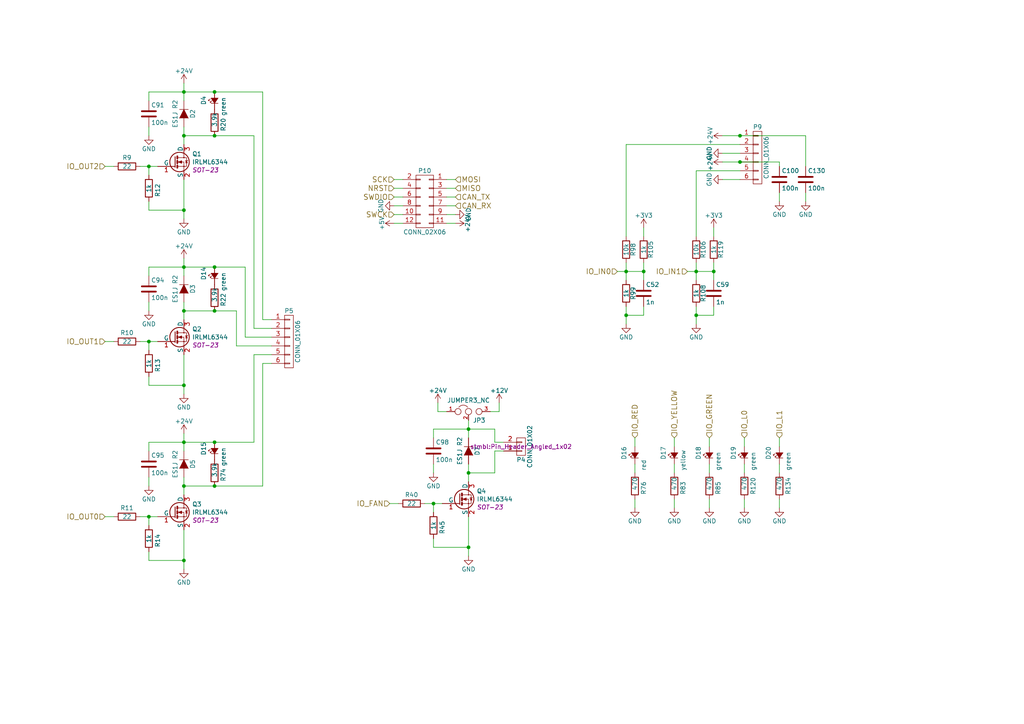
<source format=kicad_sch>
(kicad_sch (version 20231120) (generator "eeschema") (generator_version "8.0")
  (paper "A4")
  (lib_symbols
    (symbol "stmbl:+12V" (power) (pin_names (offset 0))
      (property "Value" "+12V" (at 0 3.556 0))
      (symbol "+12V_0_1"
        (polyline (pts (xy -0.762 1.27) (xy 0 2.54)))
        (polyline (pts (xy 0 0) (xy 0 2.54)))
        (polyline (pts (xy 0 2.54) (xy 0.762 1.27)))
      )
      (symbol "+12V_1_1"
        (pin power_in line (at 0 0 90) (length 0) hide (name "+12V") (number "1"))
      )
    )
    (symbol "stmbl:+24V" (power) (pin_names (offset 0))
      (property "Value" "+24V" (at 0 3.556 0))
      (symbol "+24V_0_1"
        (polyline (pts (xy -0.762 1.27) (xy 0 2.54)))
        (polyline (pts (xy 0 0) (xy 0 2.54)))
        (polyline (pts (xy 0 2.54) (xy 0.762 1.27)))
      )
      (symbol "+24V_1_1"
        (pin power_in line (at 0 0 90) (length 0) hide (name "+24V") (number "1"))
      )
    )
    (symbol "stmbl:+3.3V" (power) (pin_names (offset 0))
      (property "Value" "+3.3V" (at 0 3.556 0))
      (symbol "+3.3V_0_1"
        (polyline (pts (xy -0.762 1.27) (xy 0 2.54)))
        (polyline (pts (xy 0 0) (xy 0 2.54)))
        (polyline (pts (xy 0 2.54) (xy 0.762 1.27)))
      )
      (symbol "+3.3V_1_1"
        (pin power_in line (at 0 0 90) (length 0) hide (name "+3V3") (number "1"))
      )
    )
    (symbol "stmbl:+5V" (power) (pin_names (offset 0))
      (property "Value" "+5V" (at 0 3.556 0))
      (symbol "+5V_0_1"
        (polyline (pts (xy -0.762 1.27) (xy 0 2.54)))
        (polyline (pts (xy 0 0) (xy 0 2.54)))
        (polyline (pts (xy 0 2.54) (xy 0.762 1.27)))
      )
      (symbol "+5V_1_1"
        (pin power_in line (at 0 0 90) (length 0) hide (name "+5V") (number "1"))
      )
    )
    (symbol "stmbl:C" (pin_numbers hide) (pin_names (offset 0.254))
      (property "Reference" "C" (at 0.635 2.54 0))
      (property "Value" "C" (at 0.635 -2.54 0))
      (symbol "C_0_1"
        (polyline (pts (xy -2.032 -0.762) (xy 2.032 -0.762)) (stroke (width 0.508)))
        (polyline (pts (xy -2.032 0.762) (xy 2.032 0.762)) (stroke (width 0.508)))
      )
      (symbol "C_1_1"
        (pin passive line (at 0 3.81 270) (length 2.794) (name "~") (number "1"))
        (pin passive line (at 0 -3.81 90) (length 2.794) (name "~") (number "2"))
      )
    )
    (symbol "stmbl:CONN_01X02" (pin_names (offset 1.016) hide)
      (property "Reference" "P" (at 0 3.81 0))
      (property "Value" "CONN_01X02" (at 2.54 0 90))
      (symbol "CONN_01X02_0_1"
        (rectangle (start -1.27 -1.143) (end 0.254 -1.397))
        (rectangle (start -1.27 1.397) (end 0.254 1.143))
        (rectangle (start -1.27 2.54) (end 1.27 -2.54))
      )
      (symbol "CONN_01X02_1_1"
        (pin passive line (at -5.08 1.27 0) (length 3.81) (name "P1") (number "1"))
        (pin passive line (at -5.08 -1.27 0) (length 3.81) (name "P2") (number "2"))
      )
    )
    (symbol "stmbl:CONN_01X06" (pin_names (offset 1.016) hide)
      (property "Reference" "P" (at 0 8.89 0))
      (property "Value" "CONN_01X06" (at 2.54 0 90))
      (symbol "CONN_01X06_0_1"
        (rectangle (start -1.27 -6.223) (end 0.254 -6.477))
        (rectangle (start -1.27 -3.683) (end 0.254 -3.937))
        (rectangle (start -1.27 -1.143) (end 0.254 -1.397))
        (rectangle (start -1.27 1.397) (end 0.254 1.143))
        (rectangle (start -1.27 3.937) (end 0.254 3.683))
        (rectangle (start -1.27 6.477) (end 0.254 6.223))
        (rectangle (start -1.27 7.62) (end 1.27 -7.62))
      )
      (symbol "CONN_01X06_1_1"
        (pin passive line (at -5.08 6.35 0) (length 3.81) (name "P1") (number "1"))
        (pin passive line (at -5.08 3.81 0) (length 3.81) (name "P2") (number "2"))
        (pin passive line (at -5.08 1.27 0) (length 3.81) (name "P3") (number "3"))
        (pin passive line (at -5.08 -1.27 0) (length 3.81) (name "P4") (number "4"))
        (pin passive line (at -5.08 -3.81 0) (length 3.81) (name "P5") (number "5"))
        (pin passive line (at -5.08 -6.35 0) (length 3.81) (name "P6") (number "6"))
      )
    )
    (symbol "stmbl:CONN_02X06" (pin_names (offset 0.0254) hide)
      (property "Reference" "P" (at 0 8.89 0))
      (property "Value" "CONN_02X06" (at 0 -8.89 0))
      (symbol "CONN_02X06_0_1"
        (rectangle (start -2.54 -6.223) (end -1.27 -6.477))
        (rectangle (start -2.54 -3.683) (end -1.27 -3.937))
        (rectangle (start -2.54 -1.143) (end -1.27 -1.397))
        (rectangle (start -2.54 1.397) (end -1.27 1.143))
        (rectangle (start -2.54 3.937) (end -1.27 3.683))
        (rectangle (start -2.54 6.477) (end -1.27 6.223))
        (rectangle (start -2.54 7.62) (end 2.54 -7.62))
        (rectangle (start 1.27 -6.223) (end 2.54 -6.477))
        (rectangle (start 1.27 -3.683) (end 2.54 -3.937))
        (rectangle (start 1.27 -1.143) (end 2.54 -1.397))
        (rectangle (start 1.27 1.397) (end 2.54 1.143))
        (rectangle (start 1.27 3.937) (end 2.54 3.683))
        (rectangle (start 1.27 6.477) (end 2.54 6.223))
      )
      (symbol "CONN_02X06_1_1"
        (pin passive line (at -6.35 6.35 0) (length 3.81) (name "P1") (number "1"))
        (pin passive line (at 6.35 -3.81 180) (length 3.81) (name "P10") (number "10"))
        (pin passive line (at -6.35 -6.35 0) (length 3.81) (name "P11") (number "11"))
        (pin passive line (at 6.35 -6.35 180) (length 3.81) (name "P12") (number "12"))
        (pin passive line (at 6.35 6.35 180) (length 3.81) (name "P2") (number "2"))
        (pin passive line (at -6.35 3.81 0) (length 3.81) (name "P3") (number "3"))
        (pin passive line (at 6.35 3.81 180) (length 3.81) (name "P4") (number "4"))
        (pin passive line (at -6.35 1.27 0) (length 3.81) (name "P5") (number "5"))
        (pin passive line (at 6.35 1.27 180) (length 3.81) (name "P6") (number "6"))
        (pin passive line (at -6.35 -1.27 0) (length 3.81) (name "P7") (number "7"))
        (pin passive line (at 6.35 -1.27 180) (length 3.81) (name "P8") (number "8"))
        (pin passive line (at -6.35 -3.81 0) (length 3.81) (name "P9") (number "9"))
      )
    )
    (symbol "stmbl:D" (pin_numbers hide) (pin_names (offset 1.016) hide)
      (property "Reference" "D" (at 0 2.54 0))
      (property "Value" "D" (at 0 -2.54 0))
      (symbol "D_0_1"
        (polyline (pts (xy -1.27 1.27) (xy -1.27 -1.27)) (stroke (width 0.1524)))
        (polyline (pts (xy 1.27 1.27) (xy -1.27 0) (xy 1.27 -1.27)) (fill (type outline)))
      )
      (symbol "D_1_1"
        (pin passive line (at -3.81 0 0) (length 2.54) (name "K") (number "1"))
        (pin passive line (at 3.81 0 180) (length 2.54) (name "A") (number "2"))
      )
    )
    (symbol "stmbl:GND" (power) (pin_names (offset 0))
      (property "Value" "GND" (at 0 -3.81 0))
      (symbol "GND_0_1"
        (polyline (pts (xy 0 0) (xy 0 -1.27) (xy 1.27 -1.27) (xy 0 -2.54) (xy -1.27 -1.27) (xy 0 -1.27)))
      )
      (symbol "GND_1_1"
        (pin power_in line (at 0 0 270) (length 0) hide (name "GND") (number "1"))
      )
    )
    (symbol "stmbl:JUMPER3_NC" (pin_names (offset 0.762) hide)
      (property "Reference" "JP" (at 1.27 -2.54 0))
      (property "Value" "JUMPER3_NC" (at 0 2.54 0))
      (symbol "JUMPER3_NC_0_1"
        (circle (center -3.048 0) (radius 0.889))
        (arc (start -0.254 1.27) (mid -1.524 1.8804) (end -2.794 1.27))
        (circle (center 0 0) (radius 0.9144))
        (circle (center 3.048 0) (radius 0.889))
        (pin passive line (at -6.35 0 0) (length 2.413) (name "1") (number "1"))
        (pin passive line (at 0 -2.54 90) (length 1.524) (name "2") (number "2"))
        (pin passive line (at 6.35 0 180) (length 2.413) (name "3") (number "3"))
      )
    )
    (symbol "stmbl:Led_Small" (pin_numbers hide) (pin_names (offset 0.254) hide)
      (property "Reference" "D" (at -1.27 3.175 0))
      (property "Value" "Led_Small" (at -4.445 -2.54 0))
      (symbol "Led_Small_0_1"
        (polyline (pts (xy -0.762 -1.016) (xy -0.762 1.016)))
        (polyline (pts (xy 0.762 -1.016) (xy -0.762 0) (xy 0.762 1.016) (xy 0.762 -1.016)) (fill (type outline)))
        (polyline (pts (xy 0 0.762) (xy -0.508 1.27) (xy -0.254 1.27) (xy -0.508 1.27) (xy -0.508 1.016)))
        (polyline (pts (xy 0.508 1.27) (xy 0 1.778) (xy 0.254 1.778) (xy 0 1.778) (xy 0 1.524)))
      )
      (symbol "Led_Small_1_1"
        (pin passive line (at -2.54 0 0) (length 1.778) (name "K") (number "1"))
        (pin passive line (at 2.54 0 180) (length 1.778) (name "A") (number "2"))
      )
    )
    (symbol "stmbl:MMBF170" (pin_names (offset 0))
      (property "Reference" "Q" (at 5.08 1.905 0))
      (property "Value" "MMBF170" (at 5.08 0 0))
      (property "Footprint" "SOT-23" (at 5.08 -1.905 0))
      (symbol "MMBF170_0_1"
        (polyline (pts (xy 0.635 -1.016) (xy 0.635 -1.651)) (stroke (width 0.508)))
        (polyline (pts (xy 0.635 0.381) (xy 0.635 -0.381)) (stroke (width 0.508)))
        (polyline (pts (xy 0.635 1.651) (xy 0.635 1.016)) (stroke (width 0.508)))
        (polyline (pts (xy 3.048 0.381) (xy 2.921 0.254)))
        (polyline (pts (xy 3.048 0.381) (xy 3.556 0.381)))
        (polyline (pts (xy 3.556 0.381) (xy 3.683 0.508)))
        (polyline (pts (xy 0 1.524) (xy 0 -1.524) (xy 0 -1.524)) (stroke (width 0.254)))
        (polyline (pts (xy 0.762 -1.27) (xy 2.54 -1.27) (xy 2.54 -2.54) (xy 2.54 -2.54)))
        (polyline (pts (xy 0.762 1.27) (xy 2.54 1.27) (xy 2.54 2.54) (xy 2.54 2.54)))
        (polyline (pts (xy 2.54 1.27) (xy 3.302 1.27) (xy 3.302 -1.27) (xy 2.54 -1.27)))
        (polyline (pts (xy 3.302 0.381) (xy 3.048 -0.254) (xy 3.556 -0.254) (xy 3.302 0.381)) (fill (type outline)))
        (polyline (pts (xy 0.762 0) (xy 1.27 0) (xy 2.54 0) (xy 2.54 -1.27) (xy 2.54 -1.27)))
        (polyline (pts (xy 0.889 0) (xy 1.905 0.381) (xy 1.905 -0.381) (xy 0.889 0) (xy 1.016 0) (xy 1.016 0)) (fill (type outline)))
        (circle (center 1.27 0) (radius 2.8194) (stroke (width 0.254)))
        (circle (center 2.54 -1.27) (radius 0.127))
        (circle (center 2.54 1.27) (radius 0.127))
      )
      (symbol "MMBF170_1_1"
        (pin input line (at -5.08 -1.27 0) (length 5.08) (name "G") (number "1"))
        (pin passive line (at 2.54 -5.08 90) (length 2.54) (name "S") (number "2"))
        (pin passive line (at 2.54 5.08 270) (length 2.54) (name "D") (number "3"))
      )
    )
    (symbol "stmbl:R" (pin_numbers hide) (pin_names (offset 0))
      (property "Reference" "R" (at 2.032 0 90))
      (property "Value" "R" (at 0 0 90))
      (symbol "R_0_1"
        (rectangle (start -1.016 -2.54) (end 1.016 2.54) (stroke (width 0.254)))
      )
      (symbol "R_1_1"
        (pin passive line (at 0 3.81 270) (length 1.27) (name "~") (number "1"))
        (pin passive line (at 0 -3.81 90) (length 1.27) (name "~") (number "2"))
      )
    )
  )
  (junction (at 53.34 77.47))
  (junction (at 135.89 158.75))
  (junction (at 62.23 26.67))
  (junction (at 53.34 60.96))
  (junction (at 135.89 137.16))
  (junction (at 62.23 140.97))
  (junction (at 43.18 149.86))
  (junction (at 53.34 140.97))
  (junction (at 53.34 111.76))
  (junction (at 207.01 78.74))
  (junction (at 181.61 78.74))
  (junction (at 53.34 128.27))
  (junction (at 53.34 39.37))
  (junction (at 181.61 91.44))
  (junction (at 214.63 39.37))
  (junction (at 62.23 90.17))
  (junction (at 62.23 77.47))
  (junction (at 201.93 78.74))
  (junction (at 43.18 48.26))
  (junction (at 135.89 124.46))
  (junction (at 201.93 91.44))
  (junction (at 62.23 128.27))
  (junction (at 214.63 46.99))
  (junction (at 53.34 26.67))
  (junction (at 43.18 99.06))
  (junction (at 125.73 146.05))
  (junction (at 53.34 162.56))
  (junction (at 62.23 39.37))
  (junction (at 53.34 90.17))
  (junction (at 186.69 78.74))
  (wire (pts (xy 226.06 46.99) (xy 226.06 48.26)))
  (wire (pts (xy 129.54 52.07) (xy 132.08 52.07)))
  (wire (pts (xy 146.05 128.27) (xy 143.51 128.27)))
  (wire (pts (xy 62.23 26.67) (xy 53.34 26.67)))
  (wire (pts (xy 43.18 26.67) (xy 43.18 29.21)))
  (wire (pts (xy 43.18 128.27) (xy 43.18 130.81)))
  (wire (pts (xy 43.18 111.76) (xy 53.34 111.76)))
  (wire (pts (xy 184.15 134.62) (xy 184.15 137.16)))
  (wire (pts (xy 209.55 46.99) (xy 214.63 46.99)))
  (wire (pts (xy 201.93 88.9) (xy 201.93 91.44)))
  (wire (pts (xy 53.34 140.97) (xy 53.34 143.51)))
  (wire (pts (xy 214.63 39.37) (xy 233.68 39.37)))
  (wire (pts (xy 201.93 91.44) (xy 201.93 93.98)))
  (wire (pts (xy 53.34 138.43) (xy 53.34 140.97)))
  (wire (pts (xy 68.58 90.17) (xy 62.23 90.17)))
  (wire (pts (xy 207.01 91.44) (xy 201.93 91.44)))
  (wire (pts (xy 195.58 134.62) (xy 195.58 137.16)))
  (wire (pts (xy 43.18 140.97) (xy 43.18 138.43)))
  (wire (pts (xy 53.34 60.96) (xy 53.34 63.5)))
  (wire (pts (xy 78.74 102.87) (xy 73.66 102.87)))
  (wire (pts (xy 127 119.38) (xy 127 116.84)))
  (wire (pts (xy 43.18 50.8) (xy 43.18 48.26)))
  (wire (pts (xy 129.54 64.77) (xy 132.08 64.77)))
  (wire (pts (xy 129.54 54.61) (xy 132.08 54.61)))
  (wire (pts (xy 53.34 74.93) (xy 53.34 77.47)))
  (wire (pts (xy 53.34 102.87) (xy 53.34 111.76)))
  (wire (pts (xy 125.73 148.59) (xy 125.73 146.05)))
  (wire (pts (xy 143.51 137.16) (xy 135.89 137.16)))
  (wire (pts (xy 43.18 90.17) (xy 43.18 87.63)))
  (wire (pts (xy 53.34 153.67) (xy 53.34 162.56)))
  (wire (pts (xy 53.34 128.27) (xy 43.18 128.27)))
  (wire (pts (xy 143.51 128.27) (xy 143.51 124.46)))
  (wire (pts (xy 43.18 77.47) (xy 53.34 77.47)))
  (wire (pts (xy 129.54 119.38) (xy 127 119.38)))
  (wire (pts (xy 209.55 39.37) (xy 214.63 39.37)))
  (wire (pts (xy 186.69 88.9) (xy 186.69 91.44)))
  (wire (pts (xy 78.74 92.71) (xy 76.2 92.71)))
  (wire (pts (xy 43.18 80.01) (xy 43.18 77.47)))
  (wire (pts (xy 116.84 62.23) (xy 114.3 62.23)))
  (wire (pts (xy 53.34 39.37) (xy 62.23 39.37)))
  (wire (pts (xy 201.93 76.2) (xy 201.93 78.74)))
  (wire (pts (xy 53.34 77.47) (xy 53.34 80.01)))
  (wire (pts (xy 53.34 125.73) (xy 53.34 128.27)))
  (wire (pts (xy 215.9 127) (xy 215.9 129.54)))
  (wire (pts (xy 205.74 127) (xy 205.74 129.54)))
  (wire (pts (xy 146.05 130.81) (xy 143.51 130.81)))
  (wire (pts (xy 181.61 78.74) (xy 181.61 81.28)))
  (wire (pts (xy 43.18 149.86) (xy 45.72 149.86)))
  (wire (pts (xy 233.68 39.37) (xy 233.68 48.26)))
  (wire (pts (xy 179.07 78.74) (xy 181.61 78.74)))
  (wire (pts (xy 53.34 26.67) (xy 53.34 29.21)))
  (wire (pts (xy 135.89 124.46) (xy 125.73 124.46)))
  (wire (pts (xy 53.34 77.47) (xy 62.23 77.47)))
  (wire (pts (xy 214.63 46.99) (xy 226.06 46.99)))
  (wire (pts (xy 205.74 144.78) (xy 205.74 147.32)))
  (wire (pts (xy 71.12 97.79) (xy 78.74 97.79)))
  (wire (pts (xy 43.18 101.6) (xy 43.18 99.06)))
  (wire (pts (xy 114.3 64.77) (xy 116.84 64.77)))
  (wire (pts (xy 209.55 52.07) (xy 214.63 52.07)))
  (wire (pts (xy 233.68 58.42) (xy 233.68 55.88)))
  (wire (pts (xy 114.3 59.69) (xy 116.84 59.69)))
  (wire (pts (xy 135.89 124.46) (xy 135.89 127)))
  (wire (pts (xy 135.89 158.75) (xy 135.89 161.29)))
  (wire (pts (xy 195.58 127) (xy 195.58 129.54)))
  (wire (pts (xy 135.89 134.62) (xy 135.89 137.16)))
  (wire (pts (xy 43.18 58.42) (xy 43.18 60.96)))
  (wire (pts (xy 195.58 144.78) (xy 195.58 147.32)))
  (wire (pts (xy 207.01 88.9) (xy 207.01 91.44)))
  (wire (pts (xy 53.34 26.67) (xy 43.18 26.67)))
  (wire (pts (xy 226.06 134.62) (xy 226.06 137.16)))
  (wire (pts (xy 53.34 52.07) (xy 53.34 60.96)))
  (wire (pts (xy 73.66 39.37) (xy 73.66 95.25)))
  (wire (pts (xy 215.9 134.62) (xy 215.9 137.16)))
  (wire (pts (xy 201.93 49.53) (xy 201.93 68.58)))
  (wire (pts (xy 78.74 105.41) (xy 76.2 105.41)))
  (wire (pts (xy 76.2 92.71) (xy 76.2 26.67)))
  (wire (pts (xy 53.34 87.63) (xy 53.34 90.17)))
  (wire (pts (xy 199.39 78.74) (xy 201.93 78.74)))
  (wire (pts (xy 186.69 91.44) (xy 181.61 91.44)))
  (wire (pts (xy 184.15 127) (xy 184.15 129.54)))
  (wire (pts (xy 43.18 152.4) (xy 43.18 149.86)))
  (wire (pts (xy 71.12 77.47) (xy 71.12 97.79)))
  (wire (pts (xy 78.74 100.33) (xy 68.58 100.33)))
  (wire (pts (xy 125.73 134.62) (xy 125.73 137.16)))
  (wire (pts (xy 43.18 39.37) (xy 43.18 36.83)))
  (wire (pts (xy 114.3 57.15) (xy 116.84 57.15)))
  (wire (pts (xy 40.64 99.06) (xy 43.18 99.06)))
  (wire (pts (xy 33.02 48.26) (xy 30.48 48.26)))
  (wire (pts (xy 40.64 48.26) (xy 43.18 48.26)))
  (wire (pts (xy 114.3 52.07) (xy 116.84 52.07)))
  (wire (pts (xy 226.06 144.78) (xy 226.06 147.32)))
  (wire (pts (xy 201.93 49.53) (xy 214.63 49.53)))
  (wire (pts (xy 62.23 140.97) (xy 53.34 140.97)))
  (wire (pts (xy 215.9 144.78) (xy 215.9 147.32)))
  (wire (pts (xy 40.64 149.86) (xy 43.18 149.86)))
  (wire (pts (xy 43.18 99.06) (xy 45.72 99.06)))
  (wire (pts (xy 181.61 41.91) (xy 214.63 41.91)))
  (wire (pts (xy 43.18 60.96) (xy 53.34 60.96)))
  (wire (pts (xy 62.23 39.37) (xy 73.66 39.37)))
  (wire (pts (xy 73.66 102.87) (xy 73.66 128.27)))
  (wire (pts (xy 143.51 130.81) (xy 143.51 137.16)))
  (wire (pts (xy 181.61 88.9) (xy 181.61 91.44)))
  (wire (pts (xy 181.61 91.44) (xy 181.61 93.98)))
  (wire (pts (xy 125.73 124.46) (xy 125.73 127)))
  (wire (pts (xy 186.69 76.2) (xy 186.69 78.74)))
  (wire (pts (xy 181.61 78.74) (xy 186.69 78.74)))
  (wire (pts (xy 76.2 105.41) (xy 76.2 140.97)))
  (wire (pts (xy 53.34 39.37) (xy 53.34 41.91)))
  (wire (pts (xy 125.73 156.21) (xy 125.73 158.75)))
  (wire (pts (xy 129.54 62.23) (xy 132.08 62.23)))
  (wire (pts (xy 53.34 90.17) (xy 53.34 92.71)))
  (wire (pts (xy 129.54 57.15) (xy 132.08 57.15)))
  (wire (pts (xy 201.93 78.74) (xy 201.93 81.28)))
  (wire (pts (xy 76.2 26.67) (xy 62.23 26.67)))
  (wire (pts (xy 43.18 48.26) (xy 45.72 48.26)))
  (wire (pts (xy 184.15 144.78) (xy 184.15 147.32)))
  (wire (pts (xy 144.78 119.38) (xy 144.78 116.84)))
  (wire (pts (xy 125.73 158.75) (xy 135.89 158.75)))
  (wire (pts (xy 207.01 76.2) (xy 207.01 78.74)))
  (wire (pts (xy 125.73 146.05) (xy 128.27 146.05)))
  (wire (pts (xy 62.23 90.17) (xy 53.34 90.17)))
  (wire (pts (xy 135.89 121.92) (xy 135.89 124.46)))
  (wire (pts (xy 43.18 160.02) (xy 43.18 162.56)))
  (wire (pts (xy 53.34 24.13) (xy 53.34 26.67)))
  (wire (pts (xy 226.06 58.42) (xy 226.06 55.88)))
  (wire (pts (xy 186.69 78.74) (xy 186.69 81.28)))
  (wire (pts (xy 181.61 41.91) (xy 181.61 68.58)))
  (wire (pts (xy 186.69 66.04) (xy 186.69 68.58)))
  (wire (pts (xy 114.3 54.61) (xy 116.84 54.61)))
  (wire (pts (xy 201.93 78.74) (xy 207.01 78.74)))
  (wire (pts (xy 33.02 99.06) (xy 30.48 99.06)))
  (wire (pts (xy 209.55 44.45) (xy 214.63 44.45)))
  (wire (pts (xy 62.23 77.47) (xy 71.12 77.47)))
  (wire (pts (xy 205.74 134.62) (xy 205.74 137.16)))
  (wire (pts (xy 68.58 100.33) (xy 68.58 90.17)))
  (wire (pts (xy 53.34 128.27) (xy 53.34 130.81)))
  (wire (pts (xy 43.18 162.56) (xy 53.34 162.56)))
  (wire (pts (xy 207.01 78.74) (xy 207.01 81.28)))
  (wire (pts (xy 143.51 124.46) (xy 135.89 124.46)))
  (wire (pts (xy 207.01 66.04) (xy 207.01 68.58)))
  (wire (pts (xy 73.66 128.27) (xy 62.23 128.27)))
  (wire (pts (xy 226.06 127) (xy 226.06 129.54)))
  (wire (pts (xy 123.19 146.05) (xy 125.73 146.05)))
  (wire (pts (xy 76.2 140.97) (xy 62.23 140.97)))
  (wire (pts (xy 135.89 137.16) (xy 135.89 139.7)))
  (wire (pts (xy 53.34 36.83) (xy 53.34 39.37)))
  (wire (pts (xy 53.34 162.56) (xy 53.34 165.1)))
  (wire (pts (xy 53.34 111.76) (xy 53.34 114.3)))
  (wire (pts (xy 33.02 149.86) (xy 30.48 149.86)))
  (wire (pts (xy 73.66 95.25) (xy 78.74 95.25)))
  (wire (pts (xy 142.24 119.38) (xy 144.78 119.38)))
  (wire (pts (xy 43.18 109.22) (xy 43.18 111.76)))
  (wire (pts (xy 181.61 76.2) (xy 181.61 78.74)))
  (wire (pts (xy 135.89 149.86) (xy 135.89 158.75)))
  (wire (pts (xy 115.57 146.05) (xy 113.03 146.05)))
  (wire (pts (xy 129.54 59.69) (xy 132.08 59.69)))
  (wire (pts (xy 62.23 128.27) (xy 53.34 128.27)))
  (hierarchical_label "IO_OUT1" (shape input) (at 30.48 99.06 180) (effects (font (size 1.524 1.524))))
  (hierarchical_label "IO_YELLOW" (shape input) (at 195.58 127 90) (effects (font (size 1.524 1.524))))
  (hierarchical_label "SCK" (shape input) (at 114.3 52.07 180) (effects (font (size 1.524 1.524))))
  (hierarchical_label "IO_OUT2" (shape input) (at 30.48 48.26 180) (effects (font (size 1.524 1.524))))
  (hierarchical_label "IO_L0" (shape input) (at 215.9 127 90) (effects (font (size 1.524 1.524))))
  (hierarchical_label "SWDIO" (shape input) (at 114.3 57.15 180) (effects (font (size 1.524 1.524))))
  (hierarchical_label "MISO" (shape input) (at 132.08 54.61 0) (effects (font (size 1.524 1.524))))
  (hierarchical_label "SWCK" (shape input) (at 114.3 62.23 180) (effects (font (size 1.524 1.524))))
  (hierarchical_label "MOSI" (shape input) (at 132.08 52.07 0) (effects (font (size 1.524 1.524))))
  (hierarchical_label "IO_IN0" (shape input) (at 179.07 78.74 180) (effects (font (size 1.524 1.524))))
  (hierarchical_label "IO_L1" (shape input) (at 226.06 127 90) (effects (font (size 1.524 1.524))))
  (hierarchical_label "IO_OUT0" (shape input) (at 30.48 149.86 180) (effects (font (size 1.524 1.524))))
  (hierarchical_label "CAN_RX" (shape input) (at 132.08 59.69 0) (effects (font (size 1.524 1.524))))
  (hierarchical_label "NRST" (shape input) (at 114.3 54.61 180) (effects (font (size 1.524 1.524))))
  (hierarchical_label "IO_GREEN" (shape input) (at 205.74 127 90) (effects (font (size 1.524 1.524))))
  (hierarchical_label "CAN_TX" (shape input) (at 132.08 57.15 0) (effects (font (size 1.524 1.524))))
  (hierarchical_label "IO_IN1" (shape input) (at 199.39 78.74 180) (effects (font (size 1.524 1.524))))
  (hierarchical_label "IO_RED" (shape input) (at 184.15 127 90) (effects (font (size 1.524 1.524))))
  (hierarchical_label "IO_FAN" (shape input) (at 113.03 146.05 180) (effects (font (size 1.524 1.524))))
  (symbol (lib_id "stmbl:CONN_01X06") (at 83.82 99.06 0) (unit 1)
    (property "Reference" "P5" (at 83.82 90.17 0))
    (property "Value" "CONN_01X06" (at 86.36 99.06 90))
    (property "Footprint" "stmbl:RM3.5_1x6" (effects (hide yes)))
    (property "Manufacturer No" "1844252" (effects (hide yes)))
    (property "Manufacturer" "Phoenix" (effects (hide yes)))
  )
  (symbol (lib_id "stmbl:CONN_01X06") (at 219.71 45.72 0) (unit 1)
    (property "Reference" "P9" (at 219.71 36.83 0))
    (property "Value" "CONN_01X06" (at 222.25 45.72 90))
    (property "Footprint" "stmbl:RM3.5_1x6" (effects (hide yes)))
    (property "Manufacturer No" "1844252" (effects (hide yes)))
    (property "Manufacturer" "Phoenix" (effects (hide yes)))
  )
  (symbol (lib_id "stmbl:+24V") (at 209.55 39.37 90) (unit 1)
    (property "Reference" "#PWR0145" (effects (hide yes)))
    (property "Value" "+24V" (at 205.994 39.37 0))
  )
  (symbol (lib_id "stmbl:+24V") (at 209.55 46.99 90) (unit 1)
    (property "Reference" "#PWR0146" (effects (hide yes)))
    (property "Value" "+24V" (at 205.994 46.99 0))
  )
  (symbol (lib_id "stmbl:+24V") (at 132.08 64.77 270) (unit 1)
    (property "Reference" "#PWR0147" (effects (hide yes)))
    (property "Value" "+24V" (at 135.636 64.77 0))
  )
  (symbol (lib_id "stmbl:+5V") (at 114.3 64.77 90) (unit 1)
    (property "Reference" "#PWR0148" (effects (hide yes)))
    (property "Value" "+5V" (at 110.744 64.77 0))
  )
  (symbol (lib_id "stmbl:GND") (at 132.08 62.23 90) (unit 1)
    (property "Reference" "#PWR0149" (effects (hide yes)))
    (property "Value" "GND" (at 135.89 62.23 0))
  )
  (symbol (lib_id "stmbl:GND") (at 209.55 52.07 270) (unit 1)
    (property "Reference" "#PWR0150" (effects (hide yes)))
    (property "Value" "GND" (at 205.74 52.07 0))
  )
  (symbol (lib_id "stmbl:GND") (at 209.55 44.45 270) (unit 1)
    (property "Reference" "#PWR0151" (effects (hide yes)))
    (property "Value" "GND" (at 205.74 44.45 0))
  )
  (symbol (lib_id "stmbl:MMBF170") (at 50.8 46.99 0) (unit 1)
    (property "Reference" "Q1" (at 55.7276 44.6532 0) (effects (justify left)))
    (property "Value" "IRLML6344" (at 55.7276 46.99 0) (effects (justify left)))
    (property "Footprint" "SOT-23" (at 55.7276 49.3268 0) (effects (font (italic yes)) (justify left)))
    (property "Manufacturer No" "IRLML6344TRPBF" (effects (hide yes)))
    (property "Manufacturer" "Infineon" (effects (hide yes)))
  )
  (symbol (lib_id "stmbl:R") (at 36.83 48.26 270) (unit 1)
    (property "Reference" "R9" (at 36.83 45.72 90))
    (property "Value" "22" (at 36.83 48.26 90))
    (property "Footprint" "stmbl:R_0603" (effects (hide yes)))
    (property "Tolerance" "1%" (effects (hide yes)))
  )
  (symbol (lib_id "stmbl:R") (at 43.18 54.61 0) (unit 1)
    (property "Reference" "R12" (at 45.72 57.15 90) (effects (justify left)))
    (property "Value" "1k" (at 43.18 55.88 90) (effects (justify left)))
    (property "Footprint" "stmbl:R_0603" (effects (hide yes)))
    (property "Tolerance" "1%" (effects (hide yes)))
  )
  (symbol (lib_id "stmbl:GND") (at 53.34 63.5 0) (unit 1)
    (property "Reference" "#PWR0152" (effects (hide yes)))
    (property "Value" "GND" (at 53.34 67.31 0))
  )
  (symbol (lib_id "stmbl:D") (at 53.34 33.02 270) (unit 1)
    (property "Reference" "D2" (at 55.88 33.02 0))
    (property "Value" "ES1J R2" (at 50.8 33.02 0))
    (property "Footprint" "stmbl:SMA_Standard" (effects (hide yes)))
    (property "Manufacturer No" "ES1J-LTP" (effects (hide yes)))
    (property "Manufacturer" "Micro Commercial Co" (effects (hide yes)))
  )
  (symbol (lib_id "stmbl:MMBF170") (at 50.8 97.79 0) (unit 1)
    (property "Reference" "Q2" (at 55.7276 95.4532 0) (effects (justify left)))
    (property "Value" "IRLML6344" (at 55.7276 97.79 0) (effects (justify left)))
    (property "Footprint" "SOT-23" (at 55.7276 100.1268 0) (effects (font (italic yes)) (justify left)))
    (property "Manufacturer No" "IRLML6344TRPBF" (effects (hide yes)))
    (property "Manufacturer" "Infineon" (effects (hide yes)))
  )
  (symbol (lib_id "stmbl:R") (at 36.83 99.06 270) (unit 1)
    (property "Reference" "R10" (at 36.83 96.52 90))
    (property "Value" "22" (at 36.83 99.06 90))
    (property "Footprint" "stmbl:R_0603" (effects (hide yes)))
    (property "Tolerance" "1%" (effects (hide yes)))
  )
  (symbol (lib_id "stmbl:R") (at 43.18 105.41 0) (unit 1)
    (property "Reference" "R13" (at 45.72 107.95 90) (effects (justify left)))
    (property "Value" "1k" (at 43.18 106.68 90) (effects (justify left)))
    (property "Footprint" "stmbl:R_0603" (effects (hide yes)))
    (property "Tolerance" "1%" (effects (hide yes)))
  )
  (symbol (lib_id "stmbl:GND") (at 53.34 114.3 0) (unit 1)
    (property "Reference" "#PWR0153" (effects (hide yes)))
    (property "Value" "GND" (at 53.34 118.11 0))
  )
  (symbol (lib_id "stmbl:D") (at 53.34 83.82 270) (unit 1)
    (property "Reference" "D3" (at 55.88 83.82 0))
    (property "Value" "ES1J R2" (at 50.8 83.82 0))
    (property "Footprint" "stmbl:SMA_Standard" (effects (hide yes)))
    (property "Manufacturer No" "ES1J-LTP" (effects (hide yes)))
    (property "Manufacturer" "Micro Commercial Co" (effects (hide yes)))
  )
  (symbol (lib_id "stmbl:MMBF170") (at 50.8 148.59 0) (unit 1)
    (property "Reference" "Q3" (at 55.7276 146.2532 0) (effects (justify left)))
    (property "Value" "IRLML6344" (at 55.7276 148.59 0) (effects (justify left)))
    (property "Footprint" "SOT-23" (at 55.7276 150.9268 0) (effects (font (italic yes)) (justify left)))
    (property "Manufacturer No" "IRLML6344TRPBF" (effects (hide yes)))
    (property "Manufacturer" "Infineon" (effects (hide yes)))
  )
  (symbol (lib_id "stmbl:R") (at 36.83 149.86 270) (unit 1)
    (property "Reference" "R11" (at 36.83 147.32 90))
    (property "Value" "22" (at 36.83 149.86 90))
    (property "Footprint" "stmbl:R_0603" (effects (hide yes)))
    (property "Tolerance" "1%" (effects (hide yes)))
  )
  (symbol (lib_id "stmbl:R") (at 43.18 156.21 0) (unit 1)
    (property "Reference" "R14" (at 45.72 158.75 90) (effects (justify left)))
    (property "Value" "1k" (at 43.18 157.48 90) (effects (justify left)))
    (property "Footprint" "stmbl:R_0603" (effects (hide yes)))
    (property "Tolerance" "1%" (effects (hide yes)))
  )
  (symbol (lib_id "stmbl:GND") (at 53.34 165.1 0) (unit 1)
    (property "Reference" "#PWR0154" (effects (hide yes)))
    (property "Value" "GND" (at 53.34 168.91 0))
  )
  (symbol (lib_id "stmbl:D") (at 53.34 134.62 270) (unit 1)
    (property "Reference" "D5" (at 55.88 134.62 0))
    (property "Value" "ES1J R2" (at 50.8 134.62 0))
    (property "Footprint" "stmbl:SMA_Standard" (effects (hide yes)))
    (property "Manufacturer No" "ES1J-LTP" (effects (hide yes)))
    (property "Manufacturer" "Micro Commercial Co" (effects (hide yes)))
  )
  (symbol (lib_id "stmbl:MMBF170") (at 133.35 144.78 0) (unit 1)
    (property "Reference" "Q4" (at 138.2776 142.4432 0) (effects (justify left)))
    (property "Value" "IRLML6344" (at 138.2776 144.78 0) (effects (justify left)))
    (property "Footprint" "SOT-23" (at 138.2776 147.1168 0) (effects (font (italic yes)) (justify left)))
    (property "Manufacturer No" "IRLML6344TRPBF" (effects (hide yes)))
    (property "Manufacturer" "Infineon" (effects (hide yes)))
  )
  (symbol (lib_id "stmbl:R") (at 119.38 146.05 270) (unit 1)
    (property "Reference" "R40" (at 119.38 143.51 90))
    (property "Value" "22" (at 119.38 146.05 90))
    (property "Footprint" "stmbl:R_0603" (effects (hide yes)))
    (property "Tolerance" "1%" (effects (hide yes)))
  )
  (symbol (lib_id "stmbl:R") (at 125.73 152.4 0) (unit 1)
    (property "Reference" "R45" (at 128.27 154.94 90) (effects (justify left)))
    (property "Value" "1k" (at 125.73 153.67 90) (effects (justify left)))
    (property "Footprint" "stmbl:R_0603" (effects (hide yes)))
    (property "Tolerance" "1%" (effects (hide yes)))
  )
  (symbol (lib_id "stmbl:GND") (at 135.89 161.29 0) (unit 1)
    (property "Reference" "#PWR0155" (effects (hide yes)))
    (property "Value" "GND" (at 135.89 165.1 0))
  )
  (symbol (lib_id "stmbl:D") (at 135.89 130.81 270) (unit 1)
    (property "Reference" "D7" (at 138.43 130.81 0))
    (property "Value" "ES1J R2" (at 133.35 130.81 0))
    (property "Footprint" "stmbl:SMA_Standard" (effects (hide yes)))
    (property "Manufacturer No" "ES1J-LTP" (effects (hide yes)))
    (property "Manufacturer" "Micro Commercial Co" (effects (hide yes)))
  )
  (symbol (lib_id "stmbl:R") (at 207.01 72.39 0) (unit 1)
    (property "Reference" "R119" (at 209.042 72.39 90))
    (property "Value" "1k" (at 207.01 72.39 90))
    (property "Footprint" "stmbl:R_0603" (effects (hide yes)))
    (property "Tolerance" "1%" (effects (hide yes)))
  )
  (symbol (lib_id "stmbl:R") (at 201.93 72.39 0) (unit 1)
    (property "Reference" "R106" (at 203.962 72.39 90))
    (property "Value" "10k" (at 201.93 72.39 90))
    (property "Footprint" "stmbl:R_0603" (effects (hide yes)))
    (property "Tolerance" "1%" (effects (hide yes)))
  )
  (symbol (lib_id "stmbl:R") (at 201.93 85.09 0) (unit 1)
    (property "Reference" "R108" (at 203.962 85.09 90))
    (property "Value" "1k" (at 201.93 85.09 90))
    (property "Footprint" "stmbl:R_0603" (effects (hide yes)))
    (property "Tolerance" "1%" (effects (hide yes)))
  )
  (symbol (lib_id "stmbl:GND") (at 201.93 93.98 0) (unit 1)
    (property "Reference" "#PWR0156" (effects (hide yes)))
    (property "Value" "GND" (at 201.93 97.79 0))
  )
  (symbol (lib_id "stmbl:+3.3V") (at 207.01 66.04 0) (unit 1)
    (property "Reference" "#PWR0157" (effects (hide yes)))
    (property "Value" "+3V3" (at 207.01 62.484 0))
  )
  (symbol (lib_id "stmbl:R") (at 186.69 72.39 0) (unit 1)
    (property "Reference" "R105" (at 188.722 72.39 90))
    (property "Value" "1k" (at 186.69 72.39 90))
    (property "Footprint" "stmbl:R_0603" (effects (hide yes)))
    (property "Tolerance" "1%" (effects (hide yes)))
  )
  (symbol (lib_id "stmbl:R") (at 181.61 72.39 0) (unit 1)
    (property "Reference" "R98" (at 183.642 72.39 90))
    (property "Value" "10k" (at 181.61 72.39 90))
    (property "Footprint" "stmbl:R_0603" (effects (hide yes)))
    (property "Tolerance" "1%" (effects (hide yes)))
  )
  (symbol (lib_id "stmbl:R") (at 181.61 85.09 0) (unit 1)
    (property "Reference" "R99" (at 183.642 85.09 90))
    (property "Value" "1k" (at 181.61 85.09 90))
    (property "Footprint" "stmbl:R_0603" (effects (hide yes)))
    (property "Tolerance" "1%" (effects (hide yes)))
  )
  (symbol (lib_id "stmbl:GND") (at 181.61 93.98 0) (unit 1)
    (property "Reference" "#PWR0158" (effects (hide yes)))
    (property "Value" "GND" (at 181.61 97.79 0))
  )
  (symbol (lib_id "stmbl:+3.3V") (at 186.69 66.04 0) (unit 1)
    (property "Reference" "#PWR0159" (effects (hide yes)))
    (property "Value" "+3V3" (at 186.69 62.484 0))
  )
  (symbol (lib_id "stmbl:C") (at 186.69 85.09 0) (unit 1)
    (property "Reference" "C52" (at 187.325 82.55 0) (effects (justify left)))
    (property "Value" "1n" (at 187.325 87.63 0) (effects (justify left)))
    (property "Footprint" "stmbl:C_0603" (effects (hide yes)))
    (property "Voltage" "50V" (effects (hide yes)))
    (property "Tolerance" "X5R" (effects (hide yes)))
  )
  (symbol (lib_id "stmbl:C") (at 207.01 85.09 0) (unit 1)
    (property "Reference" "C59" (at 207.645 82.55 0) (effects (justify left)))
    (property "Value" "1n" (at 207.645 87.63 0) (effects (justify left)))
    (property "Footprint" "stmbl:C_0603" (effects (hide yes)))
    (property "Voltage" "50V" (effects (hide yes)))
    (property "Tolerance" "X5R" (effects (hide yes)))
  )
  (symbol (lib_id "stmbl:CONN_02X06") (at 123.19 58.42 0) (mirror y) (unit 1)
    (property "Reference" "P10" (at 123.19 49.53 0))
    (property "Value" "CONN_02X06" (at 123.19 67.31 0))
    (property "Footprint" "stmbl:Socket_Strip_Angled_2x06" (effects (hide yes)))
  )
  (symbol (lib_id "stmbl:R") (at 62.23 35.56 0) (unit 1)
    (property "Reference" "R20" (at 64.77 38.1 90) (effects (justify left)))
    (property "Value" "3.9k" (at 62.23 36.83 90) (effects (justify left)))
    (property "Footprint" "stmbl:R_0603" (effects (hide yes)))
    (property "Tolerance" "1%" (effects (hide yes)))
  )
  (symbol (lib_id "stmbl:Led_Small") (at 62.23 29.21 90) (unit 1)
    (property "Reference" "D4" (at 59.055 30.48 0) (effects (justify left)))
    (property "Value" "green" (at 64.77 33.655 0) (effects (justify left)))
    (property "Footprint" "stmbl:LED-0805-SIDE" (effects (hide yes)))
    (property "Manufacturer No" "LTST-S220KGKT" (effects (hide yes)))
    (property "Manufacturer" "Lite-On" (effects (hide yes)))
  )
  (symbol (lib_id "stmbl:R") (at 62.23 86.36 0) (unit 1)
    (property "Reference" "R22" (at 64.77 88.9 90) (effects (justify left)))
    (property "Value" "3.9k" (at 62.23 87.63 90) (effects (justify left)))
    (property "Footprint" "stmbl:R_0603" (effects (hide yes)))
    (property "Tolerance" "1%" (effects (hide yes)))
  )
  (symbol (lib_id "stmbl:Led_Small") (at 62.23 80.01 90) (unit 1)
    (property "Reference" "D14" (at 59.055 81.28 0) (effects (justify left)))
    (property "Value" "green" (at 64.77 84.455 0) (effects (justify left)))
    (property "Footprint" "stmbl:LED-0805-SIDE" (effects (hide yes)))
    (property "Manufacturer No" "LTST-S220KGKT" (effects (hide yes)))
    (property "Manufacturer" "Lite-On" (effects (hide yes)))
  )
  (symbol (lib_id "stmbl:R") (at 62.23 137.16 0) (unit 1)
    (property "Reference" "R74" (at 64.77 139.7 90) (effects (justify left)))
    (property "Value" "3.9k" (at 62.23 138.43 90) (effects (justify left)))
    (property "Footprint" "stmbl:R_0603" (effects (hide yes)))
    (property "Tolerance" "1%" (effects (hide yes)))
  )
  (symbol (lib_id "stmbl:Led_Small") (at 62.23 130.81 90) (unit 1)
    (property "Reference" "D15" (at 59.055 132.08 0) (effects (justify left)))
    (property "Value" "green" (at 64.77 135.255 0) (effects (justify left)))
    (property "Footprint" "stmbl:LED-0805-SIDE" (effects (hide yes)))
    (property "Manufacturer No" "LTST-S220KGKT" (effects (hide yes)))
    (property "Manufacturer" "Lite-On" (effects (hide yes)))
  )
  (symbol (lib_id "stmbl:R") (at 226.06 140.97 0) (unit 1)
    (property "Reference" "R134" (at 228.6 143.51 90) (effects (justify left)))
    (property "Value" "470" (at 226.06 142.24 90) (effects (justify left)))
    (property "Footprint" "stmbl:R_0603" (effects (hide yes)))
    (property "Tolerance" "1%" (effects (hide yes)))
  )
  (symbol (lib_id "stmbl:Led_Small") (at 226.06 132.08 90) (unit 1)
    (property "Reference" "D20" (at 222.885 133.35 0) (effects (justify left)))
    (property "Value" "green" (at 228.6 136.525 0) (effects (justify left)))
    (property "Footprint" "stmbl:LED-0805-SIDE" (effects (hide yes)))
    (property "Manufacturer No" "LTST-S220KGKT" (effects (hide yes)))
    (property "Manufacturer" "Lite-On" (effects (hide yes)))
  )
  (symbol (lib_id "stmbl:GND") (at 226.06 147.32 0) (unit 1)
    (property "Reference" "#PWR0161" (effects (hide yes)))
    (property "Value" "GND" (at 226.06 151.13 0))
  )
  (symbol (lib_id "stmbl:R") (at 215.9 140.97 0) (unit 1)
    (property "Reference" "R120" (at 218.44 143.51 90) (effects (justify left)))
    (property "Value" "470" (at 215.9 142.24 90) (effects (justify left)))
    (property "Footprint" "stmbl:R_0603" (effects (hide yes)))
    (property "Tolerance" "1%" (effects (hide yes)))
  )
  (symbol (lib_id "stmbl:Led_Small") (at 215.9 132.08 90) (unit 1)
    (property "Reference" "D19" (at 212.725 133.35 0) (effects (justify left)))
    (property "Value" "green" (at 218.44 136.525 0) (effects (justify left)))
    (property "Footprint" "stmbl:LED-0805-SIDE" (effects (hide yes)))
    (property "Manufacturer No" "LTST-S220KGKT" (effects (hide yes)))
    (property "Manufacturer" "Lite-On" (effects (hide yes)))
  )
  (symbol (lib_id "stmbl:GND") (at 215.9 147.32 0) (unit 1)
    (property "Reference" "#PWR0162" (effects (hide yes)))
    (property "Value" "GND" (at 215.9 151.13 0))
  )
  (symbol (lib_id "stmbl:GND") (at 114.3 59.69 270) (unit 1)
    (property "Reference" "#PWR0163" (effects (hide yes)))
    (property "Value" "GND" (at 110.49 59.69 0))
  )
  (symbol (lib_id "stmbl:R") (at 205.74 140.97 0) (unit 1)
    (property "Reference" "R85" (at 208.28 143.51 90) (effects (justify left)))
    (property "Value" "470" (at 205.74 142.24 90) (effects (justify left)))
    (property "Footprint" "stmbl:R_0603" (effects (hide yes)))
    (property "Tolerance" "1%" (effects (hide yes)))
  )
  (symbol (lib_id "stmbl:Led_Small") (at 205.74 132.08 90) (unit 1)
    (property "Reference" "D18" (at 202.565 133.35 0) (effects (justify left)))
    (property "Value" "green" (at 208.28 136.525 0) (effects (justify left)))
    (property "Footprint" "stmbl:LED-0805-SIDE" (effects (hide yes)))
    (property "Manufacturer No" "LTST-S220KGKT" (effects (hide yes)))
    (property "Manufacturer" "Lite-On" (effects (hide yes)))
  )
  (symbol (lib_id "stmbl:GND") (at 205.74 147.32 0) (unit 1)
    (property "Reference" "#PWR0164" (effects (hide yes)))
    (property "Value" "GND" (at 205.74 151.13 0))
  )
  (symbol (lib_id "stmbl:R") (at 195.58 140.97 0) (unit 1)
    (property "Reference" "R83" (at 198.12 143.51 90) (effects (justify left)))
    (property "Value" "470" (at 195.58 142.24 90) (effects (justify left)))
    (property "Footprint" "stmbl:R_0603" (effects (hide yes)))
    (property "Tolerance" "1%" (effects (hide yes)))
  )
  (symbol (lib_id "stmbl:Led_Small") (at 195.58 132.08 90) (unit 1)
    (property "Reference" "D17" (at 192.405 133.35 0) (effects (justify left)))
    (property "Value" "yellow" (at 198.12 136.525 0) (effects (justify left)))
    (property "Footprint" "stmbl:LED-0805-SIDE" (effects (hide yes)))
    (property "Manufacturer No" "LTST-S220KSKT" (effects (hide yes)))
    (property "Manufacturer" "Lite-On" (effects (hide yes)))
  )
  (symbol (lib_id "stmbl:GND") (at 195.58 147.32 0) (unit 1)
    (property "Reference" "#PWR0165" (effects (hide yes)))
    (property "Value" "GND" (at 195.58 151.13 0))
  )
  (symbol (lib_id "stmbl:R") (at 184.15 140.97 0) (unit 1)
    (property "Reference" "R76" (at 186.69 143.51 90) (effects (justify left)))
    (property "Value" "470" (at 184.15 142.24 90) (effects (justify left)))
    (property "Footprint" "stmbl:R_0603" (effects (hide yes)))
    (property "Tolerance" "1%" (effects (hide yes)))
  )
  (symbol (lib_id "stmbl:Led_Small") (at 184.15 132.08 90) (unit 1)
    (property "Reference" "D16" (at 180.975 133.35 0) (effects (justify left)))
    (property "Value" "red" (at 186.69 136.525 0) (effects (justify left)))
    (property "Footprint" "stmbl:LED-0805-SIDE" (effects (hide yes)))
    (property "Manufacturer No" "LTST-S220KRKT" (effects (hide yes)))
    (property "Manufacturer" "Lite-On" (effects (hide yes)))
  )
  (symbol (lib_id "stmbl:GND") (at 184.15 147.32 0) (unit 1)
    (property "Reference" "#PWR0166" (effects (hide yes)))
    (property "Value" "GND" (at 184.15 151.13 0))
  )
  (symbol (lib_id "stmbl:CONN_01X02") (at 151.13 129.54 0) (mirror x) (unit 1)
    (property "Reference" "P4" (at 151.13 133.35 0))
    (property "Value" "CONN_01X02" (at 153.67 129.54 90))
    (property "Footprint" "stmbl:Pin_Header_Angled_1x02" (at 151.13 129.54 0))
  )
  (symbol (lib_id "stmbl:C") (at 43.18 33.02 0) (unit 1)
    (property "Reference" "C91" (at 43.815 30.48 0) (effects (justify left)))
    (property "Value" "100n" (at 43.815 35.56 0) (effects (justify left)))
    (property "Footprint" "stmbl:C_0603" (effects (hide yes)))
    (property "Voltage" "50V" (effects (hide yes)))
    (property "Tolerance" "X5R" (effects (hide yes)))
  )
  (symbol (lib_id "stmbl:GND") (at 43.18 39.37 0) (unit 1)
    (property "Reference" "#PWR0167" (effects (hide yes)))
    (property "Value" "GND" (at 43.18 43.18 0))
  )
  (symbol (lib_id "stmbl:C") (at 43.18 83.82 0) (unit 1)
    (property "Reference" "C94" (at 43.815 81.28 0) (effects (justify left)))
    (property "Value" "100n" (at 43.815 86.36 0) (effects (justify left)))
    (property "Footprint" "stmbl:C_0603" (effects (hide yes)))
    (property "Voltage" "50V" (effects (hide yes)))
    (property "Tolerance" "X5R" (effects (hide yes)))
  )
  (symbol (lib_id "stmbl:GND") (at 43.18 90.17 0) (unit 1)
    (property "Reference" "#PWR0168" (effects (hide yes)))
    (property "Value" "GND" (at 43.18 93.98 0))
  )
  (symbol (lib_id "stmbl:C") (at 43.18 134.62 0) (unit 1)
    (property "Reference" "C95" (at 43.815 132.08 0) (effects (justify left)))
    (property "Value" "100n" (at 43.815 137.16 0) (effects (justify left)))
    (property "Footprint" "stmbl:C_0603" (effects (hide yes)))
    (property "Voltage" "50V" (effects (hide yes)))
    (property "Tolerance" "X5R" (effects (hide yes)))
  )
  (symbol (lib_id "stmbl:GND") (at 43.18 140.97 0) (unit 1)
    (property "Reference" "#PWR0169" (effects (hide yes)))
    (property "Value" "GND" (at 43.18 144.78 0))
  )
  (symbol (lib_id "stmbl:C") (at 226.06 52.07 0) (unit 1)
    (property "Reference" "C100" (at 226.695 49.53 0) (effects (justify left)))
    (property "Value" "100n" (at 226.695 54.61 0) (effects (justify left)))
    (property "Footprint" "stmbl:C_0603" (effects (hide yes)))
    (property "Voltage" "50V" (effects (hide yes)))
    (property "Tolerance" "X5R" (effects (hide yes)))
  )
  (symbol (lib_id "stmbl:C") (at 233.68 52.07 0) (unit 1)
    (property "Reference" "C130" (at 234.315 49.53 0) (effects (justify left)))
    (property "Value" "100n" (at 234.315 54.61 0) (effects (justify left)))
    (property "Footprint" "stmbl:C_0603" (effects (hide yes)))
    (property "Voltage" "50V" (effects (hide yes)))
    (property "Tolerance" "X5R" (effects (hide yes)))
  )
  (symbol (lib_id "stmbl:GND") (at 226.06 58.42 0) (unit 1)
    (property "Reference" "#PWR0170" (effects (hide yes)))
    (property "Value" "GND" (at 226.06 62.23 0))
  )
  (symbol (lib_id "stmbl:GND") (at 233.68 58.42 0) (unit 1)
    (property "Reference" "#PWR0171" (effects (hide yes)))
    (property "Value" "GND" (at 233.68 62.23 0))
  )
  (symbol (lib_id "stmbl:C") (at 125.73 130.81 0) (unit 1)
    (property "Reference" "C98" (at 126.365 128.27 0) (effects (justify left)))
    (property "Value" "100n" (at 126.365 133.35 0) (effects (justify left)))
    (property "Footprint" "stmbl:C_0603" (effects (hide yes)))
    (property "Voltage" "50V" (effects (hide yes)))
    (property "Tolerance" "X5R" (effects (hide yes)))
  )
  (symbol (lib_id "stmbl:GND") (at 125.73 137.16 0) (unit 1)
    (property "Reference" "#PWR0172" (effects (hide yes)))
    (property "Value" "GND" (at 125.73 140.97 0))
  )
  (symbol (lib_id "stmbl:JUMPER3_NC") (at 135.89 119.38 0) (unit 1)
    (property "Reference" "JP3" (at 137.16 121.92 0) (effects (justify left)))
    (property "Value" "JUMPER3_NC" (at 135.89 116.84 0) (effects (justify bottom)))
    (property "Footprint" "stmbl:SOLDER_JUMPER_3_NC" (effects (hide yes)))
  )
  (symbol (lib_id "stmbl:+24V") (at 53.34 24.13 0) (unit 1)
    (property "Reference" "#PWR0174" (effects (hide yes)))
    (property "Value" "+24V" (at 53.34 20.574 0))
  )
  (symbol (lib_id "stmbl:+24V") (at 53.34 74.93 0) (unit 1)
    (property "Reference" "#PWR0175" (effects (hide yes)))
    (property "Value" "+24V" (at 53.34 71.374 0))
  )
  (symbol (lib_id "stmbl:+24V") (at 53.34 125.73 0) (unit 1)
    (property "Reference" "#PWR0176" (effects (hide yes)))
    (property "Value" "+24V" (at 53.34 122.174 0))
  )
  (symbol (lib_id "stmbl:+24V") (at 127 116.84 0) (unit 1)
    (property "Reference" "#PWR041" (effects (hide yes)))
    (property "Value" "+24V" (at 127 113.284 0))
  )
  (symbol (lib_id "stmbl:+12V") (at 144.78 116.84 0) (unit 1)
    (property "Reference" "#PWR034" (effects (hide yes)))
    (property "Value" "+12V" (at 144.78 113.284 0))
  )
)
</source>
